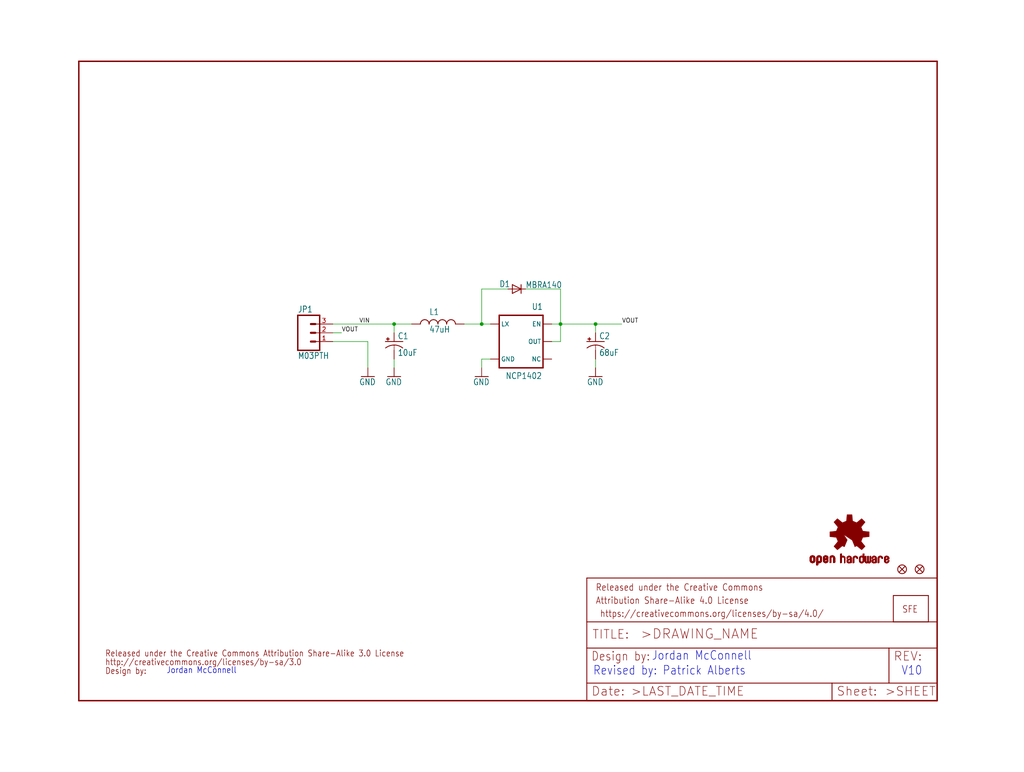
<source format=kicad_sch>
(kicad_sch (version 20211123) (generator eeschema)
  (paper "User" 297.002 223.926)
  (lib_symbols
    (symbol "eagleSchem-eagle-import:CAP_POL1206"
      (property "Reference" "C" (at 1.016 0.635 0))
      (property "Value" "CAP_POL1206" (at 1.016 -4.191 0))
      (symbol "CAP_POL1206_1_0"
        (pin passive line (at 0 2.54 270) (length 2.54) (name "+") (number "A"))
        (pin passive line (at 0 -5.08 90) (length 2.54) (name "-") (number "C"))
      )
    )
    (symbol "eagleSchem-eagle-import:CAP_POL3528"
      (property "Reference" "C" (at 1.016 0.635 0))
      (property "Value" "CAP_POL3528" (at 1.016 -4.191 0))
      (symbol "CAP_POL3528_1_0"
        (pin passive line (at 0 2.54 270) (length 2.54) (name "+") (number "A"))
        (pin passive line (at 0 -5.08 90) (length 2.54) (name "-") (number "C"))
      )
    )
    (symbol "eagleSchem-eagle-import:CREATIVE_COMMONS"
      (symbol "CREATIVE_COMMONS_1_0"
        (text "Design by:" (at 0 0 0) (effects (font (size 1.778 1.5113)) (justify left bottom)))
        (text "http://creativecommons.org/licenses/by-sa/3.0" (at 0 2.54 0) (effects (font (size 1.778 1.5113)) (justify left bottom)))
        (text "Released under the Creative Commons Attribution Share-Alike 3.0 License" (at 0 5.08 0) (effects (font (size 1.778 1.5113)) (justify left bottom)))
      )
    )
    (symbol "eagleSchem-eagle-import:DIODESMA"
      (property "Reference" "D" (at 2.54 0.4826 0))
      (property "Value" "DIODESMA" (at 2.54 -2.3114 0))
      (symbol "DIODESMA_1_0"
        (pin passive line (at -2.54 0 0) (length 2.54) (name "A") (number "A"))
        (pin passive line (at 2.54 0 180) (length 2.54) (name "C") (number "C"))
      )
    )
    (symbol "eagleSchem-eagle-import:FIDUCIAL1X2")
    (symbol "eagleSchem-eagle-import:FRAME-LETTER"
      (symbol "FRAME-LETTER_2_0"
        (text " https://creativecommons.org/licenses/by-sa/4.0/" (at 2.54 24.13 0) (effects (font (size 1.9304 1.6408)) (justify left bottom)))
        (text ">DRAWING_NAME" (at 15.494 17.78 0) (effects (font (size 2.7432 2.7432)) (justify left bottom)))
        (text ">LAST_DATE_TIME" (at 12.7 1.27 0) (effects (font (size 2.54 2.54)) (justify left bottom)))
        (text ">SHEET" (at 86.36 1.27 0) (effects (font (size 2.54 2.54)) (justify left bottom)))
        (text "Attribution Share-Alike 4.0 License" (at 2.54 27.94 0) (effects (font (size 1.9304 1.6408)) (justify left bottom)))
        (text "Date:" (at 1.27 1.27 0) (effects (font (size 2.54 2.54)) (justify left bottom)))
        (text "Design by:" (at 1.27 11.43 0) (effects (font (size 2.54 2.159)) (justify left bottom)))
        (text "Released under the Creative Commons" (at 2.54 31.75 0) (effects (font (size 1.9304 1.6408)) (justify left bottom)))
        (text "REV:" (at 88.9 11.43 0) (effects (font (size 2.54 2.54)) (justify left bottom)))
        (text "Sheet:" (at 72.39 1.27 0) (effects (font (size 2.54 2.54)) (justify left bottom)))
        (text "TITLE:" (at 1.524 17.78 0) (effects (font (size 2.54 2.54)) (justify left bottom)))
      )
    )
    (symbol "eagleSchem-eagle-import:GND" (power)
      (property "Value" "GND" (at -2.54 -2.54 0))
      (symbol "GND_1_0"
        (pin power_in line (at 0 2.54 270) (length 2.54) (name "GND") (number "1"))
      )
    )
    (symbol "eagleSchem-eagle-import:INDUCTORCR54"
      (property "Value" "INDUCTORCR54" (at 2.54 -5.08 0))
      (symbol "INDUCTORCR54_1_0"
        (pin passive line (at 0 7.62 270) (length 2.54) (name "1") (number "P$1"))
        (pin passive line (at 0 -7.62 90) (length 2.54) (name "2") (number "P$2"))
      )
    )
    (symbol "eagleSchem-eagle-import:LOGO-SFESK"
      (symbol "LOGO-SFESK_1_0"
        (text "SFE" (at 0 0 0) (effects (font (size 1.9304 1.6408)) (justify left bottom)))
      )
    )
    (symbol "eagleSchem-eagle-import:M03PTH"
      (property "Reference" "JP" (at -2.54 5.842 0))
      (property "Value" "M03PTH" (at -2.54 -7.62 0))
      (symbol "M03PTH_1_0"
        (pin passive line (at 7.62 -2.54 180) (length 5.08) (name "1") (number "1"))
        (pin passive line (at 7.62 0 180) (length 5.08) (name "2") (number "2"))
        (pin passive line (at 7.62 2.54 180) (length 5.08) (name "3") (number "3"))
      )
    )
    (symbol "eagleSchem-eagle-import:OSHW-LOGOS")
    (symbol "eagleSchem-eagle-import:V_REG_NCP1400SOT23-5"
      (property "Reference" "IC" (at -5.08 9.144 0))
      (property "Value" "V_REG_NCP1400SOT23-5" (at -4.826 -10.922 0))
      (symbol "V_REG_NCP1400SOT23-5_1_0"
        (pin input line (at -7.62 5.08 0) (length 2.54) (name "EN") (number "1"))
        (pin passive line (at -7.62 0 0) (length 2.54) (name "OUT") (number "2"))
        (pin input line (at -7.62 -5.08 0) (length 2.54) (name "NC") (number "3"))
        (pin input line (at 10.16 -5.08 180) (length 2.54) (name "GND") (number "4"))
        (pin input line (at 10.16 5.08 180) (length 2.54) (name "LX") (number "5"))
      )
    )
  )
  (junction (at 162.56 93.98))
  (junction (at 114.3 93.98))
  (junction (at 172.72 93.98))
  (junction (at 139.7 93.98))
  (wire (pts (xy 162.56 83.82) (xy 162.56 93.98)))
  (wire (pts (xy 134.62 93.98) (xy 139.7 93.98)))
  (wire (pts (xy 142.24 93.98) (xy 139.7 93.98)))
  (wire (pts (xy 139.7 93.98) (xy 139.7 83.82)))
  (wire (pts (xy 96.52 99.06) (xy 106.68 99.06)))
  (wire (pts (xy 96.52 93.98) (xy 114.3 93.98)))
  (wire (pts (xy 114.3 104.14) (xy 114.3 106.68)))
  (wire (pts (xy 119.38 93.98) (xy 114.3 93.98)))
  (wire (pts (xy 162.56 99.06) (xy 160.02 99.06)))
  (wire (pts (xy 152.4 83.82) (xy 162.56 83.82)))
  (wire (pts (xy 162.56 93.98) (xy 162.56 99.06)))
  (wire (pts (xy 139.7 104.14) (xy 139.7 106.68)))
  (wire (pts (xy 172.72 93.98) (xy 172.72 96.52)))
  (wire (pts (xy 172.72 104.14) (xy 172.72 106.68)))
  (wire (pts (xy 172.72 93.98) (xy 180.34 93.98)))
  (wire (pts (xy 139.7 83.82) (xy 147.32 83.82)))
  (wire (pts (xy 106.68 99.06) (xy 106.68 106.68)))
  (wire (pts (xy 142.24 104.14) (xy 139.7 104.14)))
  (wire (pts (xy 162.56 93.98) (xy 172.72 93.98)))
  (wire (pts (xy 160.02 93.98) (xy 162.56 93.98)))
  (wire (pts (xy 96.52 96.52) (xy 99.06 96.52)))
  (wire (pts (xy 114.3 93.98) (xy 114.3 96.52)))
  (text "Jordan McConnell" (at 48.26 195.58 180) (effects (font (size 1.778 1.5113)) (justify left bottom)))
  (text "V10" (at 261.366 196.088 180) (effects (font (size 2.54 2.159)) (justify left bottom)))
  (text "Jordan McConnell" (at 188.976 191.77 180) (effects (font (size 2.54 2.159)) (justify left bottom)))
  (text "Revised by: Patrick Alberts" (at 171.958 196.088 180) (effects (font (size 2.54 2.159)) (justify left bottom)))
  (label "VOUT" (at 99.06 96.52 0) (effects (font (size 1.2446 1.2446))))
  (label "VOUT" (at 180.34 93.98 0) (effects (font (size 1.2446 1.2446))))
  (label "VIN" (at 104.14 93.98 0) (effects (font (size 1.2446 1.2446))))
  (symbol (lib_id "eagleSchem-eagle-import:LOGO-SFESK") (at 261.62 177.8 0) (unit 1)
    (property "Reference" "JP2" (effects hide))
    (property "Value" "LOGO-SFESK" (effects hide))
    (property "Footprint" "eagleSchem:SFE-LOGO-FLAME" (effects hide))
  )
  (symbol (lib_id "eagleSchem-eagle-import:DIODESMA") (at 149.86 83.82 0) (unit 1)
    (property "Reference" "D1" (at 144.78 83.3374 0) (effects (font (size 1.778 1.5113)) (justify left bottom)))
    (property "Value" "MBRA140" (at 152.4 83.5914 0) (effects (font (size 1.778 1.5113)) (justify left bottom)))
    (property "Footprint" "eagleSchem:SMA-DIODE" (effects hide))
  )
  (symbol (lib_id "eagleSchem-eagle-import:M03PTH") (at 88.9 96.52 0) (unit 1)
    (property "Reference" "JP1" (at 86.36 90.678 0) (effects (font (size 1.778 1.5113)) (justify left bottom)))
    (property "Value" "M03PTH" (at 86.36 104.14 0) (effects (font (size 1.778 1.5113)) (justify left bottom)))
    (property "Footprint" "eagleSchem:1X03" (effects hide))
  )
  (symbol (lib_id "eagleSchem-eagle-import:GND") (at 114.3 109.22 0) (unit 1)
    (property "Reference" "#GND2" (effects hide))
    (property "Value" "GND" (at 111.76 111.76 0) (effects (font (size 1.778 1.5113)) (justify left bottom)))
    (property "Footprint" "eagleSchem:" (effects hide))
  )
  (symbol (lib_id "eagleSchem-eagle-import:GND") (at 139.7 109.22 0) (unit 1)
    (property "Reference" "#GND3" (effects hide))
    (property "Value" "GND" (at 137.16 111.76 0) (effects (font (size 1.778 1.5113)) (justify left bottom)))
    (property "Footprint" "eagleSchem:" (effects hide))
  )
  (symbol (lib_id "eagleSchem-eagle-import:FRAME-LETTER") (at 170.18 203.2 0) (unit 2)
    (property "Reference" "FRAME1" (effects hide))
    (property "Value" "FRAME-LETTER" (effects hide))
    (property "Footprint" "eagleSchem:CREATIVE_COMMONS" (effects hide))
  )
  (symbol (lib_id "eagleSchem-eagle-import:OSHW-LOGOS") (at 246.38 154.94 0) (unit 1)
    (property "Reference" "U$1" (effects hide))
    (property "Value" "OSHW-LOGOS" (effects hide))
    (property "Footprint" "eagleSchem:OSHW-LOGO-S" (effects hide))
  )
  (symbol (lib_id "eagleSchem-eagle-import:GND") (at 106.68 109.22 0) (unit 1)
    (property "Reference" "#GND1" (effects hide))
    (property "Value" "GND" (at 104.14 111.76 0) (effects (font (size 1.778 1.5113)) (justify left bottom)))
    (property "Footprint" "eagleSchem:" (effects hide))
  )
  (symbol (lib_id "eagleSchem-eagle-import:GND") (at 172.72 109.22 0) (unit 1)
    (property "Reference" "#GND4" (effects hide))
    (property "Value" "GND" (at 170.18 111.76 0) (effects (font (size 1.778 1.5113)) (justify left bottom)))
    (property "Footprint" "eagleSchem:" (effects hide))
  )
  (symbol (lib_id "eagleSchem-eagle-import:CAP_POL3528") (at 172.72 99.06 0) (unit 1)
    (property "Reference" "C2" (at 173.736 98.425 0) (effects (font (size 1.778 1.5113)) (justify left bottom)))
    (property "Value" "68uF" (at 173.736 103.251 0) (effects (font (size 1.778 1.5113)) (justify left bottom)))
    (property "Footprint" "eagleSchem:EIA3528" (effects hide))
  )
  (symbol (lib_id "eagleSchem-eagle-import:FIDUCIAL1X2") (at 261.62 165.1 0) (unit 1)
    (property "Reference" "FID1" (effects hide))
    (property "Value" "FIDUCIAL1X2" (effects hide))
    (property "Footprint" "eagleSchem:FIDUCIAL-1X2" (effects hide))
  )
  (symbol (lib_id "eagleSchem-eagle-import:V_REG_NCP1400SOT23-5") (at 152.4 99.06 0) (mirror y) (unit 1)
    (property "Reference" "U1" (at 157.48 89.916 0) (effects (font (size 1.778 1.5113)) (justify left bottom)))
    (property "Value" "NCP1402" (at 157.226 109.982 0) (effects (font (size 1.778 1.5113)) (justify left bottom)))
    (property "Footprint" "eagleSchem:SOT23-5" (effects hide))
  )
  (symbol (lib_id "eagleSchem-eagle-import:FRAME-LETTER") (at 22.86 203.2 0) (unit 1)
    (property "Reference" "FRAME1" (effects hide))
    (property "Value" "FRAME-LETTER" (effects hide))
    (property "Footprint" "eagleSchem:CREATIVE_COMMONS" (effects hide))
  )
  (symbol (lib_id "eagleSchem-eagle-import:CREATIVE_COMMONS") (at 30.48 195.58 0) (unit 1)
    (property "Reference" "U$2" (effects hide))
    (property "Value" "CREATIVE_COMMONS" (effects hide))
    (property "Footprint" "eagleSchem:CREATIVE_COMMONS" (effects hide))
  )
  (symbol (lib_id "eagleSchem-eagle-import:INDUCTORCR54") (at 127 93.98 90) (unit 1)
    (property "Reference" "L1" (at 124.46 91.44 90) (effects (font (size 1.778 1.5113)) (justify right top)))
    (property "Value" "47uH" (at 124.46 96.52 90) (effects (font (size 1.778 1.5113)) (justify right top)))
    (property "Footprint" "eagleSchem:CR54" (effects hide))
  )
  (symbol (lib_id "eagleSchem-eagle-import:FIDUCIAL1X2") (at 266.7 165.1 0) (unit 1)
    (property "Reference" "FID2" (effects hide))
    (property "Value" "FIDUCIAL1X2" (effects hide))
    (property "Footprint" "eagleSchem:FIDUCIAL-1X2" (effects hide))
  )
  (symbol (lib_id "eagleSchem-eagle-import:CAP_POL1206") (at 114.3 99.06 0) (unit 1)
    (property "Reference" "C1" (at 115.316 98.425 0) (effects (font (size 1.778 1.5113)) (justify left bottom)))
    (property "Value" "10uF" (at 115.316 103.251 0) (effects (font (size 1.778 1.5113)) (justify left bottom)))
    (property "Footprint" "eagleSchem:EIA3216" (effects hide))
  )
)
</source>
